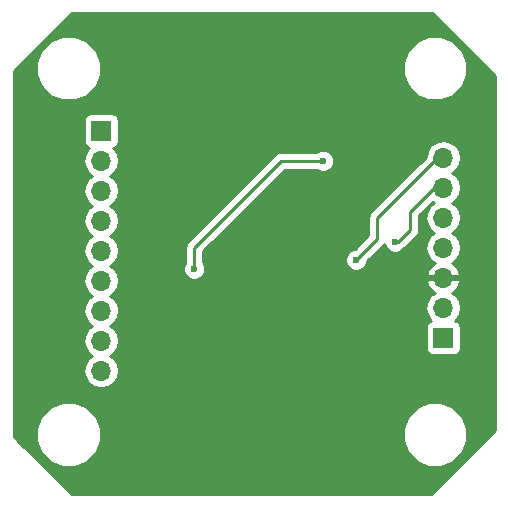
<source format=gbl>
G04 #@! TF.FileFunction,Copper,L2,Bot,Signal*
%FSLAX46Y46*%
G04 Gerber Fmt 4.6, Leading zero omitted, Abs format (unit mm)*
G04 Created by KiCad (PCBNEW 4.0.7) date 08/21/18 13:31:30*
%MOMM*%
%LPD*%
G01*
G04 APERTURE LIST*
%ADD10C,0.100000*%
%ADD11C,0.600000*%
%ADD12R,1.700000X1.700000*%
%ADD13O,1.700000X1.700000*%
%ADD14C,0.250000*%
%ADD15C,0.254000*%
G04 APERTURE END LIST*
D10*
D11*
X148082000Y-128270000D03*
X149098000Y-99822000D03*
X132588000Y-99822000D03*
X134366000Y-118110000D03*
X134366000Y-117094000D03*
D12*
X157226000Y-123444000D03*
D13*
X157226000Y-120904000D03*
X157226000Y-118364000D03*
X157226000Y-115824000D03*
X157226000Y-113284000D03*
X157226000Y-110744000D03*
X157226000Y-108204000D03*
D12*
X128270000Y-105918000D03*
D13*
X128270000Y-108458000D03*
X128270000Y-110998000D03*
X128270000Y-113538000D03*
X128270000Y-116078000D03*
X128270000Y-118618000D03*
X128270000Y-121158000D03*
X128270000Y-123698000D03*
X128270000Y-126238000D03*
D11*
X134366000Y-116078000D03*
X136144000Y-117602000D03*
X147066000Y-108458000D03*
X153162000Y-115316000D03*
X149860000Y-116840000D03*
D14*
X136144000Y-117602000D02*
X136144000Y-115824000D01*
X143510000Y-108458000D02*
X147066000Y-108458000D01*
X136144000Y-115824000D02*
X143510000Y-108458000D01*
X154432000Y-112776000D02*
X154432000Y-114300000D01*
X154432000Y-114300000D02*
X153416000Y-115316000D01*
X153416000Y-115316000D02*
X153162000Y-115316000D01*
X156464000Y-110744000D02*
X154432000Y-112776000D01*
X157226000Y-110744000D02*
X156464000Y-110744000D01*
X157226000Y-108204000D02*
X156718000Y-108204000D01*
X156718000Y-108204000D02*
X151638000Y-113284000D01*
X151638000Y-115062000D02*
X149860000Y-116840000D01*
X151638000Y-113284000D02*
X151638000Y-115062000D01*
D15*
G36*
X161596000Y-101259092D02*
X161596000Y-131277908D01*
X156169908Y-136704000D01*
X125770092Y-136704000D01*
X121229146Y-132163054D01*
X122787528Y-132163054D01*
X123201814Y-133165703D01*
X123968262Y-133933490D01*
X124970186Y-134349526D01*
X126055054Y-134350472D01*
X127057703Y-133936186D01*
X127825490Y-133169738D01*
X128241526Y-132167814D01*
X128241530Y-132163054D01*
X153787528Y-132163054D01*
X154201814Y-133165703D01*
X154968262Y-133933490D01*
X155970186Y-134349526D01*
X157055054Y-134350472D01*
X158057703Y-133936186D01*
X158825490Y-133169738D01*
X159241526Y-132167814D01*
X159242472Y-131082946D01*
X158828186Y-130080297D01*
X158061738Y-129312510D01*
X157059814Y-128896474D01*
X155974946Y-128895528D01*
X154972297Y-129309814D01*
X154204510Y-130076262D01*
X153788474Y-131078186D01*
X153787528Y-132163054D01*
X128241530Y-132163054D01*
X128242472Y-131082946D01*
X127828186Y-130080297D01*
X127061738Y-129312510D01*
X126059814Y-128896474D01*
X124974946Y-128895528D01*
X123972297Y-129309814D01*
X123204510Y-130076262D01*
X122788474Y-131078186D01*
X122787528Y-132163054D01*
X121229146Y-132163054D01*
X120852000Y-131785908D01*
X120852000Y-108458000D01*
X126755907Y-108458000D01*
X126868946Y-109026285D01*
X127190853Y-109508054D01*
X127520026Y-109728000D01*
X127190853Y-109947946D01*
X126868946Y-110429715D01*
X126755907Y-110998000D01*
X126868946Y-111566285D01*
X127190853Y-112048054D01*
X127520026Y-112268000D01*
X127190853Y-112487946D01*
X126868946Y-112969715D01*
X126755907Y-113538000D01*
X126868946Y-114106285D01*
X127190853Y-114588054D01*
X127520026Y-114808000D01*
X127190853Y-115027946D01*
X126868946Y-115509715D01*
X126755907Y-116078000D01*
X126868946Y-116646285D01*
X127190853Y-117128054D01*
X127520026Y-117348000D01*
X127190853Y-117567946D01*
X126868946Y-118049715D01*
X126755907Y-118618000D01*
X126868946Y-119186285D01*
X127190853Y-119668054D01*
X127520026Y-119888000D01*
X127190853Y-120107946D01*
X126868946Y-120589715D01*
X126755907Y-121158000D01*
X126868946Y-121726285D01*
X127190853Y-122208054D01*
X127520026Y-122428000D01*
X127190853Y-122647946D01*
X126868946Y-123129715D01*
X126755907Y-123698000D01*
X126868946Y-124266285D01*
X127190853Y-124748054D01*
X127520026Y-124968000D01*
X127190853Y-125187946D01*
X126868946Y-125669715D01*
X126755907Y-126238000D01*
X126868946Y-126806285D01*
X127190853Y-127288054D01*
X127672622Y-127609961D01*
X128240907Y-127723000D01*
X128299093Y-127723000D01*
X128867378Y-127609961D01*
X129349147Y-127288054D01*
X129671054Y-126806285D01*
X129784093Y-126238000D01*
X129671054Y-125669715D01*
X129349147Y-125187946D01*
X129019974Y-124968000D01*
X129349147Y-124748054D01*
X129671054Y-124266285D01*
X129784093Y-123698000D01*
X129671054Y-123129715D01*
X129349147Y-122647946D01*
X129019974Y-122428000D01*
X129349147Y-122208054D01*
X129671054Y-121726285D01*
X129784093Y-121158000D01*
X129733570Y-120904000D01*
X155711907Y-120904000D01*
X155824946Y-121472285D01*
X156146853Y-121954054D01*
X156188452Y-121981850D01*
X156140683Y-121990838D01*
X155924559Y-122129910D01*
X155779569Y-122342110D01*
X155728560Y-122594000D01*
X155728560Y-124294000D01*
X155772838Y-124529317D01*
X155911910Y-124745441D01*
X156124110Y-124890431D01*
X156376000Y-124941440D01*
X158076000Y-124941440D01*
X158311317Y-124897162D01*
X158527441Y-124758090D01*
X158672431Y-124545890D01*
X158723440Y-124294000D01*
X158723440Y-122594000D01*
X158679162Y-122358683D01*
X158540090Y-122142559D01*
X158327890Y-121997569D01*
X158260459Y-121983914D01*
X158305147Y-121954054D01*
X158627054Y-121472285D01*
X158740093Y-120904000D01*
X158627054Y-120335715D01*
X158305147Y-119853946D01*
X157964447Y-119626298D01*
X158107358Y-119559183D01*
X158497645Y-119130924D01*
X158667476Y-118720890D01*
X158546155Y-118491000D01*
X157353000Y-118491000D01*
X157353000Y-118511000D01*
X157099000Y-118511000D01*
X157099000Y-118491000D01*
X155905845Y-118491000D01*
X155784524Y-118720890D01*
X155954355Y-119130924D01*
X156344642Y-119559183D01*
X156487553Y-119626298D01*
X156146853Y-119853946D01*
X155824946Y-120335715D01*
X155711907Y-120904000D01*
X129733570Y-120904000D01*
X129671054Y-120589715D01*
X129349147Y-120107946D01*
X129019974Y-119888000D01*
X129349147Y-119668054D01*
X129671054Y-119186285D01*
X129784093Y-118618000D01*
X129671054Y-118049715D01*
X129495626Y-117787167D01*
X135208838Y-117787167D01*
X135350883Y-118130943D01*
X135613673Y-118394192D01*
X135957201Y-118536838D01*
X136329167Y-118537162D01*
X136672943Y-118395117D01*
X136936192Y-118132327D01*
X137078838Y-117788799D01*
X137079162Y-117416833D01*
X136937117Y-117073057D01*
X136904000Y-117039882D01*
X136904000Y-117025167D01*
X148924838Y-117025167D01*
X149066883Y-117368943D01*
X149329673Y-117632192D01*
X149673201Y-117774838D01*
X150045167Y-117775162D01*
X150388943Y-117633117D01*
X150652192Y-117370327D01*
X150794838Y-117026799D01*
X150794879Y-116979923D01*
X152175401Y-115599401D01*
X152232264Y-115514299D01*
X152368883Y-115844943D01*
X152631673Y-116108192D01*
X152975201Y-116250838D01*
X153347167Y-116251162D01*
X153690943Y-116109117D01*
X153934362Y-115866122D01*
X153953401Y-115853401D01*
X154969401Y-114837401D01*
X155134148Y-114590839D01*
X155192000Y-114300000D01*
X155192000Y-113090802D01*
X156351804Y-111930998D01*
X156476026Y-112014000D01*
X156146853Y-112233946D01*
X155824946Y-112715715D01*
X155711907Y-113284000D01*
X155824946Y-113852285D01*
X156146853Y-114334054D01*
X156476026Y-114554000D01*
X156146853Y-114773946D01*
X155824946Y-115255715D01*
X155711907Y-115824000D01*
X155824946Y-116392285D01*
X156146853Y-116874054D01*
X156487553Y-117101702D01*
X156344642Y-117168817D01*
X155954355Y-117597076D01*
X155784524Y-118007110D01*
X155905845Y-118237000D01*
X157099000Y-118237000D01*
X157099000Y-118217000D01*
X157353000Y-118217000D01*
X157353000Y-118237000D01*
X158546155Y-118237000D01*
X158667476Y-118007110D01*
X158497645Y-117597076D01*
X158107358Y-117168817D01*
X157964447Y-117101702D01*
X158305147Y-116874054D01*
X158627054Y-116392285D01*
X158740093Y-115824000D01*
X158627054Y-115255715D01*
X158305147Y-114773946D01*
X157975974Y-114554000D01*
X158305147Y-114334054D01*
X158627054Y-113852285D01*
X158740093Y-113284000D01*
X158627054Y-112715715D01*
X158305147Y-112233946D01*
X157975974Y-112014000D01*
X158305147Y-111794054D01*
X158627054Y-111312285D01*
X158740093Y-110744000D01*
X158627054Y-110175715D01*
X158305147Y-109693946D01*
X157975974Y-109474000D01*
X158305147Y-109254054D01*
X158627054Y-108772285D01*
X158740093Y-108204000D01*
X158627054Y-107635715D01*
X158305147Y-107153946D01*
X157823378Y-106832039D01*
X157255093Y-106719000D01*
X157196907Y-106719000D01*
X156628622Y-106832039D01*
X156146853Y-107153946D01*
X155824946Y-107635715D01*
X155728968Y-108118230D01*
X151100599Y-112746599D01*
X150935852Y-112993161D01*
X150878000Y-113284000D01*
X150878000Y-114747198D01*
X149720320Y-115904878D01*
X149674833Y-115904838D01*
X149331057Y-116046883D01*
X149067808Y-116309673D01*
X148925162Y-116653201D01*
X148924838Y-117025167D01*
X136904000Y-117025167D01*
X136904000Y-116138802D01*
X143824802Y-109218000D01*
X146503537Y-109218000D01*
X146535673Y-109250192D01*
X146879201Y-109392838D01*
X147251167Y-109393162D01*
X147594943Y-109251117D01*
X147858192Y-108988327D01*
X148000838Y-108644799D01*
X148001162Y-108272833D01*
X147859117Y-107929057D01*
X147596327Y-107665808D01*
X147252799Y-107523162D01*
X146880833Y-107522838D01*
X146537057Y-107664883D01*
X146503882Y-107698000D01*
X143510000Y-107698000D01*
X143219161Y-107755852D01*
X142972599Y-107920599D01*
X135606599Y-115286599D01*
X135441852Y-115533161D01*
X135384000Y-115824000D01*
X135384000Y-117039537D01*
X135351808Y-117071673D01*
X135209162Y-117415201D01*
X135208838Y-117787167D01*
X129495626Y-117787167D01*
X129349147Y-117567946D01*
X129019974Y-117348000D01*
X129349147Y-117128054D01*
X129671054Y-116646285D01*
X129784093Y-116078000D01*
X129671054Y-115509715D01*
X129349147Y-115027946D01*
X129019974Y-114808000D01*
X129349147Y-114588054D01*
X129671054Y-114106285D01*
X129784093Y-113538000D01*
X129671054Y-112969715D01*
X129349147Y-112487946D01*
X129019974Y-112268000D01*
X129349147Y-112048054D01*
X129671054Y-111566285D01*
X129784093Y-110998000D01*
X129671054Y-110429715D01*
X129349147Y-109947946D01*
X129019974Y-109728000D01*
X129349147Y-109508054D01*
X129671054Y-109026285D01*
X129784093Y-108458000D01*
X129671054Y-107889715D01*
X129349147Y-107407946D01*
X129307548Y-107380150D01*
X129355317Y-107371162D01*
X129571441Y-107232090D01*
X129716431Y-107019890D01*
X129767440Y-106768000D01*
X129767440Y-105068000D01*
X129723162Y-104832683D01*
X129584090Y-104616559D01*
X129371890Y-104471569D01*
X129120000Y-104420560D01*
X127420000Y-104420560D01*
X127184683Y-104464838D01*
X126968559Y-104603910D01*
X126823569Y-104816110D01*
X126772560Y-105068000D01*
X126772560Y-106768000D01*
X126816838Y-107003317D01*
X126955910Y-107219441D01*
X127168110Y-107364431D01*
X127235541Y-107378086D01*
X127190853Y-107407946D01*
X126868946Y-107889715D01*
X126755907Y-108458000D01*
X120852000Y-108458000D01*
X120852000Y-101163054D01*
X122787528Y-101163054D01*
X123201814Y-102165703D01*
X123968262Y-102933490D01*
X124970186Y-103349526D01*
X126055054Y-103350472D01*
X127057703Y-102936186D01*
X127825490Y-102169738D01*
X128241526Y-101167814D01*
X128241530Y-101163054D01*
X153787528Y-101163054D01*
X154201814Y-102165703D01*
X154968262Y-102933490D01*
X155970186Y-103349526D01*
X157055054Y-103350472D01*
X158057703Y-102936186D01*
X158825490Y-102169738D01*
X159241526Y-101167814D01*
X159242472Y-100082946D01*
X158828186Y-99080297D01*
X158061738Y-98312510D01*
X157059814Y-97896474D01*
X155974946Y-97895528D01*
X154972297Y-98309814D01*
X154204510Y-99076262D01*
X153788474Y-100078186D01*
X153787528Y-101163054D01*
X128241530Y-101163054D01*
X128242472Y-100082946D01*
X127828186Y-99080297D01*
X127061738Y-98312510D01*
X126059814Y-97896474D01*
X124974946Y-97895528D01*
X123972297Y-98309814D01*
X123204510Y-99076262D01*
X122788474Y-100078186D01*
X122787528Y-101163054D01*
X120852000Y-101163054D01*
X120852000Y-100878092D01*
X125770092Y-95960000D01*
X156296908Y-95960000D01*
X161596000Y-101259092D01*
X161596000Y-101259092D01*
G37*
X161596000Y-101259092D02*
X161596000Y-131277908D01*
X156169908Y-136704000D01*
X125770092Y-136704000D01*
X121229146Y-132163054D01*
X122787528Y-132163054D01*
X123201814Y-133165703D01*
X123968262Y-133933490D01*
X124970186Y-134349526D01*
X126055054Y-134350472D01*
X127057703Y-133936186D01*
X127825490Y-133169738D01*
X128241526Y-132167814D01*
X128241530Y-132163054D01*
X153787528Y-132163054D01*
X154201814Y-133165703D01*
X154968262Y-133933490D01*
X155970186Y-134349526D01*
X157055054Y-134350472D01*
X158057703Y-133936186D01*
X158825490Y-133169738D01*
X159241526Y-132167814D01*
X159242472Y-131082946D01*
X158828186Y-130080297D01*
X158061738Y-129312510D01*
X157059814Y-128896474D01*
X155974946Y-128895528D01*
X154972297Y-129309814D01*
X154204510Y-130076262D01*
X153788474Y-131078186D01*
X153787528Y-132163054D01*
X128241530Y-132163054D01*
X128242472Y-131082946D01*
X127828186Y-130080297D01*
X127061738Y-129312510D01*
X126059814Y-128896474D01*
X124974946Y-128895528D01*
X123972297Y-129309814D01*
X123204510Y-130076262D01*
X122788474Y-131078186D01*
X122787528Y-132163054D01*
X121229146Y-132163054D01*
X120852000Y-131785908D01*
X120852000Y-108458000D01*
X126755907Y-108458000D01*
X126868946Y-109026285D01*
X127190853Y-109508054D01*
X127520026Y-109728000D01*
X127190853Y-109947946D01*
X126868946Y-110429715D01*
X126755907Y-110998000D01*
X126868946Y-111566285D01*
X127190853Y-112048054D01*
X127520026Y-112268000D01*
X127190853Y-112487946D01*
X126868946Y-112969715D01*
X126755907Y-113538000D01*
X126868946Y-114106285D01*
X127190853Y-114588054D01*
X127520026Y-114808000D01*
X127190853Y-115027946D01*
X126868946Y-115509715D01*
X126755907Y-116078000D01*
X126868946Y-116646285D01*
X127190853Y-117128054D01*
X127520026Y-117348000D01*
X127190853Y-117567946D01*
X126868946Y-118049715D01*
X126755907Y-118618000D01*
X126868946Y-119186285D01*
X127190853Y-119668054D01*
X127520026Y-119888000D01*
X127190853Y-120107946D01*
X126868946Y-120589715D01*
X126755907Y-121158000D01*
X126868946Y-121726285D01*
X127190853Y-122208054D01*
X127520026Y-122428000D01*
X127190853Y-122647946D01*
X126868946Y-123129715D01*
X126755907Y-123698000D01*
X126868946Y-124266285D01*
X127190853Y-124748054D01*
X127520026Y-124968000D01*
X127190853Y-125187946D01*
X126868946Y-125669715D01*
X126755907Y-126238000D01*
X126868946Y-126806285D01*
X127190853Y-127288054D01*
X127672622Y-127609961D01*
X128240907Y-127723000D01*
X128299093Y-127723000D01*
X128867378Y-127609961D01*
X129349147Y-127288054D01*
X129671054Y-126806285D01*
X129784093Y-126238000D01*
X129671054Y-125669715D01*
X129349147Y-125187946D01*
X129019974Y-124968000D01*
X129349147Y-124748054D01*
X129671054Y-124266285D01*
X129784093Y-123698000D01*
X129671054Y-123129715D01*
X129349147Y-122647946D01*
X129019974Y-122428000D01*
X129349147Y-122208054D01*
X129671054Y-121726285D01*
X129784093Y-121158000D01*
X129733570Y-120904000D01*
X155711907Y-120904000D01*
X155824946Y-121472285D01*
X156146853Y-121954054D01*
X156188452Y-121981850D01*
X156140683Y-121990838D01*
X155924559Y-122129910D01*
X155779569Y-122342110D01*
X155728560Y-122594000D01*
X155728560Y-124294000D01*
X155772838Y-124529317D01*
X155911910Y-124745441D01*
X156124110Y-124890431D01*
X156376000Y-124941440D01*
X158076000Y-124941440D01*
X158311317Y-124897162D01*
X158527441Y-124758090D01*
X158672431Y-124545890D01*
X158723440Y-124294000D01*
X158723440Y-122594000D01*
X158679162Y-122358683D01*
X158540090Y-122142559D01*
X158327890Y-121997569D01*
X158260459Y-121983914D01*
X158305147Y-121954054D01*
X158627054Y-121472285D01*
X158740093Y-120904000D01*
X158627054Y-120335715D01*
X158305147Y-119853946D01*
X157964447Y-119626298D01*
X158107358Y-119559183D01*
X158497645Y-119130924D01*
X158667476Y-118720890D01*
X158546155Y-118491000D01*
X157353000Y-118491000D01*
X157353000Y-118511000D01*
X157099000Y-118511000D01*
X157099000Y-118491000D01*
X155905845Y-118491000D01*
X155784524Y-118720890D01*
X155954355Y-119130924D01*
X156344642Y-119559183D01*
X156487553Y-119626298D01*
X156146853Y-119853946D01*
X155824946Y-120335715D01*
X155711907Y-120904000D01*
X129733570Y-120904000D01*
X129671054Y-120589715D01*
X129349147Y-120107946D01*
X129019974Y-119888000D01*
X129349147Y-119668054D01*
X129671054Y-119186285D01*
X129784093Y-118618000D01*
X129671054Y-118049715D01*
X129495626Y-117787167D01*
X135208838Y-117787167D01*
X135350883Y-118130943D01*
X135613673Y-118394192D01*
X135957201Y-118536838D01*
X136329167Y-118537162D01*
X136672943Y-118395117D01*
X136936192Y-118132327D01*
X137078838Y-117788799D01*
X137079162Y-117416833D01*
X136937117Y-117073057D01*
X136904000Y-117039882D01*
X136904000Y-117025167D01*
X148924838Y-117025167D01*
X149066883Y-117368943D01*
X149329673Y-117632192D01*
X149673201Y-117774838D01*
X150045167Y-117775162D01*
X150388943Y-117633117D01*
X150652192Y-117370327D01*
X150794838Y-117026799D01*
X150794879Y-116979923D01*
X152175401Y-115599401D01*
X152232264Y-115514299D01*
X152368883Y-115844943D01*
X152631673Y-116108192D01*
X152975201Y-116250838D01*
X153347167Y-116251162D01*
X153690943Y-116109117D01*
X153934362Y-115866122D01*
X153953401Y-115853401D01*
X154969401Y-114837401D01*
X155134148Y-114590839D01*
X155192000Y-114300000D01*
X155192000Y-113090802D01*
X156351804Y-111930998D01*
X156476026Y-112014000D01*
X156146853Y-112233946D01*
X155824946Y-112715715D01*
X155711907Y-113284000D01*
X155824946Y-113852285D01*
X156146853Y-114334054D01*
X156476026Y-114554000D01*
X156146853Y-114773946D01*
X155824946Y-115255715D01*
X155711907Y-115824000D01*
X155824946Y-116392285D01*
X156146853Y-116874054D01*
X156487553Y-117101702D01*
X156344642Y-117168817D01*
X155954355Y-117597076D01*
X155784524Y-118007110D01*
X155905845Y-118237000D01*
X157099000Y-118237000D01*
X157099000Y-118217000D01*
X157353000Y-118217000D01*
X157353000Y-118237000D01*
X158546155Y-118237000D01*
X158667476Y-118007110D01*
X158497645Y-117597076D01*
X158107358Y-117168817D01*
X157964447Y-117101702D01*
X158305147Y-116874054D01*
X158627054Y-116392285D01*
X158740093Y-115824000D01*
X158627054Y-115255715D01*
X158305147Y-114773946D01*
X157975974Y-114554000D01*
X158305147Y-114334054D01*
X158627054Y-113852285D01*
X158740093Y-113284000D01*
X158627054Y-112715715D01*
X158305147Y-112233946D01*
X157975974Y-112014000D01*
X158305147Y-111794054D01*
X158627054Y-111312285D01*
X158740093Y-110744000D01*
X158627054Y-110175715D01*
X158305147Y-109693946D01*
X157975974Y-109474000D01*
X158305147Y-109254054D01*
X158627054Y-108772285D01*
X158740093Y-108204000D01*
X158627054Y-107635715D01*
X158305147Y-107153946D01*
X157823378Y-106832039D01*
X157255093Y-106719000D01*
X157196907Y-106719000D01*
X156628622Y-106832039D01*
X156146853Y-107153946D01*
X155824946Y-107635715D01*
X155728968Y-108118230D01*
X151100599Y-112746599D01*
X150935852Y-112993161D01*
X150878000Y-113284000D01*
X150878000Y-114747198D01*
X149720320Y-115904878D01*
X149674833Y-115904838D01*
X149331057Y-116046883D01*
X149067808Y-116309673D01*
X148925162Y-116653201D01*
X148924838Y-117025167D01*
X136904000Y-117025167D01*
X136904000Y-116138802D01*
X143824802Y-109218000D01*
X146503537Y-109218000D01*
X146535673Y-109250192D01*
X146879201Y-109392838D01*
X147251167Y-109393162D01*
X147594943Y-109251117D01*
X147858192Y-108988327D01*
X148000838Y-108644799D01*
X148001162Y-108272833D01*
X147859117Y-107929057D01*
X147596327Y-107665808D01*
X147252799Y-107523162D01*
X146880833Y-107522838D01*
X146537057Y-107664883D01*
X146503882Y-107698000D01*
X143510000Y-107698000D01*
X143219161Y-107755852D01*
X142972599Y-107920599D01*
X135606599Y-115286599D01*
X135441852Y-115533161D01*
X135384000Y-115824000D01*
X135384000Y-117039537D01*
X135351808Y-117071673D01*
X135209162Y-117415201D01*
X135208838Y-117787167D01*
X129495626Y-117787167D01*
X129349147Y-117567946D01*
X129019974Y-117348000D01*
X129349147Y-117128054D01*
X129671054Y-116646285D01*
X129784093Y-116078000D01*
X129671054Y-115509715D01*
X129349147Y-115027946D01*
X129019974Y-114808000D01*
X129349147Y-114588054D01*
X129671054Y-114106285D01*
X129784093Y-113538000D01*
X129671054Y-112969715D01*
X129349147Y-112487946D01*
X129019974Y-112268000D01*
X129349147Y-112048054D01*
X129671054Y-111566285D01*
X129784093Y-110998000D01*
X129671054Y-110429715D01*
X129349147Y-109947946D01*
X129019974Y-109728000D01*
X129349147Y-109508054D01*
X129671054Y-109026285D01*
X129784093Y-108458000D01*
X129671054Y-107889715D01*
X129349147Y-107407946D01*
X129307548Y-107380150D01*
X129355317Y-107371162D01*
X129571441Y-107232090D01*
X129716431Y-107019890D01*
X129767440Y-106768000D01*
X129767440Y-105068000D01*
X129723162Y-104832683D01*
X129584090Y-104616559D01*
X129371890Y-104471569D01*
X129120000Y-104420560D01*
X127420000Y-104420560D01*
X127184683Y-104464838D01*
X126968559Y-104603910D01*
X126823569Y-104816110D01*
X126772560Y-105068000D01*
X126772560Y-106768000D01*
X126816838Y-107003317D01*
X126955910Y-107219441D01*
X127168110Y-107364431D01*
X127235541Y-107378086D01*
X127190853Y-107407946D01*
X126868946Y-107889715D01*
X126755907Y-108458000D01*
X120852000Y-108458000D01*
X120852000Y-101163054D01*
X122787528Y-101163054D01*
X123201814Y-102165703D01*
X123968262Y-102933490D01*
X124970186Y-103349526D01*
X126055054Y-103350472D01*
X127057703Y-102936186D01*
X127825490Y-102169738D01*
X128241526Y-101167814D01*
X128241530Y-101163054D01*
X153787528Y-101163054D01*
X154201814Y-102165703D01*
X154968262Y-102933490D01*
X155970186Y-103349526D01*
X157055054Y-103350472D01*
X158057703Y-102936186D01*
X158825490Y-102169738D01*
X159241526Y-101167814D01*
X159242472Y-100082946D01*
X158828186Y-99080297D01*
X158061738Y-98312510D01*
X157059814Y-97896474D01*
X155974946Y-97895528D01*
X154972297Y-98309814D01*
X154204510Y-99076262D01*
X153788474Y-100078186D01*
X153787528Y-101163054D01*
X128241530Y-101163054D01*
X128242472Y-100082946D01*
X127828186Y-99080297D01*
X127061738Y-98312510D01*
X126059814Y-97896474D01*
X124974946Y-97895528D01*
X123972297Y-98309814D01*
X123204510Y-99076262D01*
X122788474Y-100078186D01*
X122787528Y-101163054D01*
X120852000Y-101163054D01*
X120852000Y-100878092D01*
X125770092Y-95960000D01*
X156296908Y-95960000D01*
X161596000Y-101259092D01*
M02*

</source>
